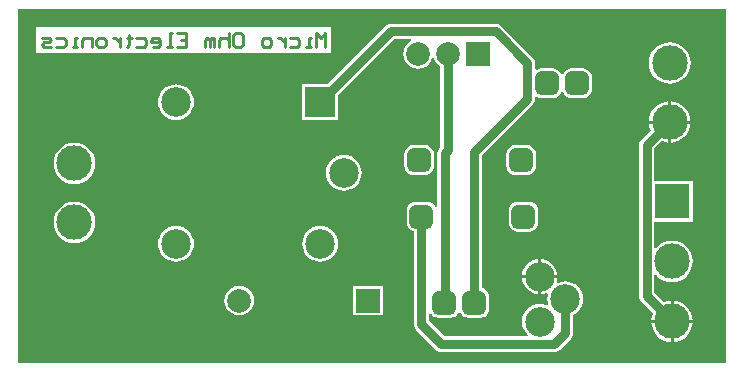
<source format=gtl>
G04*
G04 #@! TF.GenerationSoftware,Altium Limited,Altium Designer,20.1.11 (218)*
G04*
G04 Layer_Physical_Order=1*
G04 Layer_Color=255*
%FSLAX25Y25*%
%MOIN*%
G70*
G04*
G04 #@! TF.SameCoordinates,2C6EDD22-ADAB-4EE0-8C4C-1EB56DD6F4A4*
G04*
G04*
G04 #@! TF.FilePolarity,Positive*
G04*
G01*
G75*
%ADD10C,0.03150*%
%ADD11C,0.01000*%
%ADD12C,0.11811*%
%ADD13R,0.11811X0.11811*%
%ADD14R,0.07874X0.07874*%
%ADD15C,0.07874*%
%ADD16C,0.09843*%
%ADD17R,0.09843X0.09843*%
G04:AMPARAMS|DCode=18|XSize=78.74mil|YSize=78.74mil|CornerRadius=19.68mil|HoleSize=0mil|Usage=FLASHONLY|Rotation=180.000|XOffset=0mil|YOffset=0mil|HoleType=Round|Shape=RoundedRectangle|*
%AMROUNDEDRECTD18*
21,1,0.07874,0.03937,0,0,180.0*
21,1,0.03937,0.07874,0,0,180.0*
1,1,0.03937,-0.01968,0.01968*
1,1,0.03937,0.01968,0.01968*
1,1,0.03937,0.01968,-0.01968*
1,1,0.03937,-0.01968,-0.01968*
%
%ADD18ROUNDEDRECTD18*%
G36*
X-3839Y118110D02*
X-3839Y-0D01*
X232382Y0D01*
Y118110D01*
X-3839Y118110D01*
D02*
G37*
%LPC*%
G36*
X2247Y112054D02*
X100705D01*
Y103331D01*
X2247D01*
Y112054D01*
D02*
G37*
G36*
X213484Y106998D02*
X214838Y106865D01*
X216140Y106470D01*
X217339Y105828D01*
X218391Y104966D01*
X219254Y103914D01*
X219895Y102714D01*
X220290Y101413D01*
X220423Y100059D01*
X220290Y98705D01*
X219895Y97404D01*
X219254Y96204D01*
X218391Y95152D01*
X217339Y94289D01*
X216140Y93648D01*
X214838Y93253D01*
X213484Y93120D01*
X212131Y93253D01*
X210829Y93648D01*
X209629Y94289D01*
X208578Y95152D01*
X207715Y96204D01*
X207074Y97404D01*
X206679Y98705D01*
X206545Y100059D01*
X206679Y101413D01*
X207074Y102714D01*
X207715Y103914D01*
X208578Y104966D01*
X209629Y105828D01*
X210829Y106470D01*
X212131Y106865D01*
X213484Y106998D01*
D02*
G37*
G36*
X120541Y113197D02*
X155482D01*
X156154Y113109D01*
X156781Y112849D01*
X157318Y112436D01*
X167918Y101836D01*
X168331Y101298D01*
X168590Y100672D01*
X168679Y100000D01*
Y98040D01*
X169128Y97819D01*
X169192Y97869D01*
X169914Y98168D01*
X170689Y98270D01*
X174626D01*
X175401Y98168D01*
X176123Y97869D01*
X176743Y97393D01*
X177219Y96773D01*
X177387Y96367D01*
X177928D01*
X178096Y96773D01*
X178572Y97393D01*
X179192Y97869D01*
X179914Y98168D01*
X180689Y98270D01*
X184626D01*
X185401Y98168D01*
X186123Y97869D01*
X186743Y97393D01*
X187219Y96773D01*
X187518Y96051D01*
X187620Y95275D01*
Y91338D01*
X187518Y90563D01*
X187219Y89841D01*
X186743Y89221D01*
X186123Y88745D01*
X185401Y88446D01*
X184626Y88344D01*
X180689D01*
X179914Y88446D01*
X179192Y88745D01*
X178572Y89221D01*
X178096Y89841D01*
X177928Y90247D01*
X177387D01*
X177219Y89841D01*
X176743Y89221D01*
X176123Y88745D01*
X175401Y88446D01*
X174626Y88344D01*
X170689D01*
X169914Y88446D01*
X169192Y88745D01*
X169128Y88795D01*
X168679Y88574D01*
Y88200D01*
X168590Y87528D01*
X168331Y86901D01*
X167918Y86364D01*
X151003Y69448D01*
Y24959D01*
X151149Y24939D01*
X151871Y24640D01*
X152491Y24164D01*
X152967Y23544D01*
X153266Y22822D01*
X153368Y22047D01*
Y18110D01*
X153266Y17335D01*
X152967Y16613D01*
X152491Y15993D01*
X151871Y15517D01*
X151149Y15218D01*
X150374Y15116D01*
X146437D01*
X145662Y15218D01*
X144940Y15517D01*
X144320Y15993D01*
X143844Y16613D01*
X143676Y17019D01*
X143135D01*
X142967Y16613D01*
X142491Y15993D01*
X141871Y15517D01*
X141149Y15218D01*
X140374Y15116D01*
X136437D01*
X135662Y15218D01*
X134940Y15517D01*
X134320Y15993D01*
X133844Y16613D01*
X133833Y16640D01*
X133333Y16541D01*
Y14022D01*
X138458Y8897D01*
X166048D01*
X166227Y9397D01*
X165907Y9659D01*
X165167Y10561D01*
X164617Y11590D01*
X164279Y12706D01*
X164164Y13866D01*
X164279Y15027D01*
X164617Y16143D01*
X165167Y17172D01*
X165907Y18074D01*
X166809Y18814D01*
X167838Y19363D01*
X168954Y19702D01*
X170114Y19816D01*
X171275Y19702D01*
X172391Y19363D01*
X172535Y19286D01*
X172953Y19630D01*
X172779Y20206D01*
X172664Y21366D01*
X172779Y22527D01*
X172953Y23103D01*
X172535Y23446D01*
X172391Y23369D01*
X171275Y23031D01*
X170614Y22966D01*
Y28366D01*
X176015D01*
X175950Y27706D01*
X175775Y27130D01*
X176194Y26787D01*
X176338Y26863D01*
X177454Y27202D01*
X178614Y27316D01*
X179775Y27202D01*
X180891Y26863D01*
X181920Y26314D01*
X182822Y25574D01*
X183562Y24672D01*
X184111Y23643D01*
X184450Y22527D01*
X184564Y21366D01*
X184450Y20206D01*
X184111Y19090D01*
X183562Y18061D01*
X182822Y17159D01*
X181920Y16419D01*
X181211Y16040D01*
Y9932D01*
X181123Y9260D01*
X180863Y8634D01*
X180451Y8096D01*
X176818Y4464D01*
X176280Y4051D01*
X175654Y3791D01*
X174982Y3703D01*
X137382D01*
X136710Y3791D01*
X136083Y4051D01*
X135546Y4464D01*
X128900Y11110D01*
X128487Y11648D01*
X128227Y12274D01*
X128139Y12946D01*
Y43939D01*
X127993Y43958D01*
X127270Y44258D01*
X126650Y44733D01*
X126174Y45353D01*
X125875Y46075D01*
X125773Y46850D01*
Y50788D01*
X125875Y51562D01*
X126174Y52285D01*
X126650Y52905D01*
X127270Y53381D01*
X127993Y53680D01*
X128768Y53782D01*
X132704D01*
X133479Y53680D01*
X134202Y53381D01*
X134822Y52905D01*
X135298Y52285D01*
X135597Y51562D01*
X136084Y51642D01*
Y70079D01*
X136173Y70751D01*
X136432Y71377D01*
X136845Y71915D01*
X137029Y72099D01*
Y98919D01*
X136105Y99629D01*
X135313Y100660D01*
X134897Y101666D01*
X134355D01*
X133939Y100660D01*
X133147Y99629D01*
X132116Y98837D01*
X130915Y98340D01*
X129626Y98170D01*
X128337Y98340D01*
X127136Y98837D01*
X126105Y99629D01*
X125313Y100660D01*
X124816Y101861D01*
X124646Y103150D01*
X124816Y104438D01*
X125313Y105639D01*
X126105Y106671D01*
X127136Y107462D01*
X127235Y107503D01*
X127136Y108003D01*
X121616D01*
X102870Y89257D01*
Y81087D01*
X91027D01*
Y92929D01*
X99197D01*
X118704Y112436D01*
X119242Y112849D01*
X119869Y113109D01*
X120541Y113197D01*
D02*
G37*
G36*
X48917Y92958D02*
X50078Y92844D01*
X51194Y92505D01*
X52223Y91955D01*
X53125Y91215D01*
X53865Y90314D01*
X54414Y89285D01*
X54753Y88169D01*
X54867Y87008D01*
X54753Y85847D01*
X54414Y84731D01*
X53865Y83702D01*
X53125Y82801D01*
X52223Y82061D01*
X51194Y81511D01*
X50078Y81172D01*
X48917Y81058D01*
X47757Y81172D01*
X46641Y81511D01*
X45612Y82061D01*
X44710Y82801D01*
X43970Y83702D01*
X43420Y84731D01*
X43082Y85847D01*
X42968Y87008D01*
X43082Y88169D01*
X43420Y89285D01*
X43970Y90314D01*
X44710Y91215D01*
X45612Y91955D01*
X46641Y92505D01*
X47757Y92844D01*
X48917Y92958D01*
D02*
G37*
G36*
X212984Y87264D02*
Y80874D01*
X206595D01*
X206679Y81728D01*
X207074Y83029D01*
X207715Y84229D01*
X208578Y85281D01*
X209629Y86143D01*
X210829Y86785D01*
X212131Y87180D01*
X212984Y87264D01*
D02*
G37*
G36*
X213984D02*
X214838Y87180D01*
X216140Y86785D01*
X217339Y86143D01*
X218391Y85281D01*
X219254Y84229D01*
X219895Y83029D01*
X220290Y81728D01*
X220374Y80874D01*
X213984D01*
Y87264D01*
D02*
G37*
G36*
Y79874D02*
X220374D01*
X220290Y79020D01*
X219895Y77719D01*
X219254Y76519D01*
X218391Y75467D01*
X217339Y74604D01*
X216140Y73963D01*
X214838Y73568D01*
X213984Y73484D01*
Y79874D01*
D02*
G37*
G36*
X127980Y72679D02*
X131917D01*
X132692Y72577D01*
X133414Y72278D01*
X134035Y71802D01*
X134510Y71182D01*
X134809Y70460D01*
X134911Y69685D01*
Y65748D01*
X134809Y64973D01*
X134510Y64251D01*
X134035Y63631D01*
X133414Y63155D01*
X132692Y62856D01*
X131917Y62754D01*
X127980D01*
X127205Y62856D01*
X126483Y63155D01*
X125863Y63631D01*
X125387Y64251D01*
X125088Y64973D01*
X124986Y65748D01*
Y69685D01*
X125088Y70460D01*
X125387Y71182D01*
X125863Y71802D01*
X126483Y72278D01*
X127205Y72577D01*
X127980Y72679D01*
D02*
G37*
G36*
X161980D02*
X165917D01*
X166692Y72577D01*
X167414Y72278D01*
X168035Y71802D01*
X168510Y71182D01*
X168809Y70460D01*
X168911Y69685D01*
Y65748D01*
X168809Y64973D01*
X168510Y64251D01*
X168035Y63631D01*
X167414Y63155D01*
X166692Y62856D01*
X165917Y62754D01*
X161980D01*
X161205Y62856D01*
X160483Y63155D01*
X159863Y63631D01*
X159387Y64251D01*
X159088Y64973D01*
X158986Y65748D01*
Y69685D01*
X159088Y70460D01*
X159387Y71182D01*
X159863Y71802D01*
X160483Y72278D01*
X161205Y72577D01*
X161980Y72679D01*
D02*
G37*
G36*
X15059Y73533D02*
X16413Y73400D01*
X17715Y73005D01*
X18914Y72364D01*
X19966Y71501D01*
X20829Y70450D01*
X21470Y69250D01*
X21865Y67948D01*
X21998Y66594D01*
X21865Y65241D01*
X21470Y63939D01*
X20829Y62739D01*
X19966Y61688D01*
X18914Y60825D01*
X17715Y60184D01*
X16413Y59789D01*
X15059Y59655D01*
X13705Y59789D01*
X12404Y60184D01*
X11204Y60825D01*
X10153Y61688D01*
X9290Y62739D01*
X8648Y63939D01*
X8254Y65241D01*
X8120Y66594D01*
X8254Y67948D01*
X8648Y69250D01*
X9290Y70450D01*
X10153Y71501D01*
X11204Y72364D01*
X12404Y73005D01*
X13705Y73400D01*
X15059Y73533D01*
D02*
G37*
G36*
X104823Y69336D02*
X105984Y69222D01*
X107100Y68883D01*
X108128Y68333D01*
X109030Y67593D01*
X109770Y66692D01*
X110320Y65663D01*
X110658Y64547D01*
X110773Y63386D01*
X110658Y62225D01*
X110320Y61109D01*
X109770Y60080D01*
X109030Y59179D01*
X108128Y58439D01*
X107100Y57889D01*
X105984Y57550D01*
X104823Y57436D01*
X103662Y57550D01*
X102546Y57889D01*
X101517Y58439D01*
X100616Y59179D01*
X99876Y60080D01*
X99326Y61109D01*
X98987Y62225D01*
X98873Y63386D01*
X98987Y64547D01*
X99326Y65663D01*
X99876Y66692D01*
X100616Y67593D01*
X101517Y68333D01*
X102546Y68883D01*
X103662Y69222D01*
X104823Y69336D01*
D02*
G37*
G36*
X162768Y53782D02*
X166704D01*
X167479Y53680D01*
X168202Y53381D01*
X168822Y52905D01*
X169298Y52285D01*
X169597Y51562D01*
X169699Y50788D01*
Y46850D01*
X169597Y46075D01*
X169298Y45353D01*
X168822Y44733D01*
X168202Y44258D01*
X167479Y43958D01*
X166704Y43856D01*
X162768D01*
X161993Y43958D01*
X161270Y44258D01*
X160650Y44733D01*
X160175Y45353D01*
X159875Y46075D01*
X159773Y46850D01*
Y50788D01*
X159875Y51562D01*
X160175Y52285D01*
X160650Y52905D01*
X161270Y53381D01*
X161993Y53680D01*
X162768Y53782D01*
D02*
G37*
G36*
X15059Y53848D02*
X16413Y53715D01*
X17715Y53320D01*
X18914Y52679D01*
X19966Y51816D01*
X20829Y50765D01*
X21470Y49565D01*
X21865Y48263D01*
X21998Y46909D01*
X21865Y45556D01*
X21470Y44254D01*
X20829Y43054D01*
X19966Y42003D01*
X18914Y41140D01*
X17715Y40499D01*
X16413Y40104D01*
X15059Y39970D01*
X13705Y40104D01*
X12404Y40499D01*
X11204Y41140D01*
X10153Y42003D01*
X9290Y43054D01*
X8648Y44254D01*
X8254Y45556D01*
X8120Y46909D01*
X8254Y48263D01*
X8648Y49565D01*
X9290Y50765D01*
X10153Y51816D01*
X11204Y52679D01*
X12404Y53320D01*
X13705Y53715D01*
X15059Y53848D01*
D02*
G37*
G36*
X206595Y79874D02*
X212984D01*
Y73484D01*
X212131Y73568D01*
X210829Y73963D01*
X210775Y73992D01*
X208379Y71596D01*
Y60823D01*
X221177D01*
Y47012D01*
X208379D01*
Y38410D01*
X208879Y38232D01*
X209365Y38824D01*
X210417Y39687D01*
X211616Y40328D01*
X212918Y40723D01*
X214272Y40856D01*
X215626Y40723D01*
X216927Y40328D01*
X218127Y39687D01*
X219178Y38824D01*
X220041Y37773D01*
X220683Y36573D01*
X221077Y35271D01*
X221211Y33917D01*
X221077Y32564D01*
X220683Y31262D01*
X220041Y30062D01*
X219178Y29011D01*
X218127Y28148D01*
X216927Y27507D01*
X215626Y27112D01*
X214272Y26978D01*
X212918Y27112D01*
X211616Y27507D01*
X210417Y28148D01*
X209365Y29011D01*
X208879Y29603D01*
X208379Y29424D01*
Y23483D01*
X211563Y20299D01*
X211616Y20328D01*
X212918Y20723D01*
X213772Y20807D01*
Y14417D01*
X207382D01*
X207466Y15271D01*
X207861Y16573D01*
X207890Y16627D01*
X203946Y20571D01*
X203533Y21109D01*
X203274Y21735D01*
X203185Y22407D01*
Y72672D01*
X203274Y73344D01*
X203533Y73970D01*
X203946Y74508D01*
X207102Y77665D01*
X207074Y77719D01*
X206679Y79020D01*
X206595Y79874D01*
D02*
G37*
G36*
X48917Y45714D02*
X50078Y45600D01*
X51194Y45261D01*
X52223Y44711D01*
X53125Y43971D01*
X53865Y43070D01*
X54414Y42041D01*
X54753Y40925D01*
X54867Y39764D01*
X54753Y38603D01*
X54414Y37487D01*
X53865Y36458D01*
X53125Y35557D01*
X52223Y34817D01*
X51194Y34267D01*
X50078Y33928D01*
X48917Y33814D01*
X47757Y33928D01*
X46641Y34267D01*
X45612Y34817D01*
X44710Y35557D01*
X43970Y36458D01*
X43420Y37487D01*
X43082Y38603D01*
X42968Y39764D01*
X43082Y40925D01*
X43420Y42041D01*
X43970Y43070D01*
X44710Y43971D01*
X45612Y44711D01*
X46641Y45261D01*
X47757Y45600D01*
X48917Y45714D01*
D02*
G37*
G36*
X96949D02*
X98110Y45600D01*
X99226Y45261D01*
X100254Y44711D01*
X101156Y43971D01*
X101896Y43070D01*
X102446Y42041D01*
X102784Y40925D01*
X102899Y39764D01*
X102784Y38603D01*
X102446Y37487D01*
X101896Y36458D01*
X101156Y35557D01*
X100254Y34817D01*
X99226Y34267D01*
X98110Y33928D01*
X96949Y33814D01*
X95788Y33928D01*
X94672Y34267D01*
X93643Y34817D01*
X92742Y35557D01*
X92002Y36458D01*
X91452Y37487D01*
X91113Y38603D01*
X90999Y39764D01*
X91113Y40925D01*
X91452Y42041D01*
X92002Y43070D01*
X92742Y43971D01*
X93643Y44711D01*
X94672Y45261D01*
X95788Y45600D01*
X96949Y45714D01*
D02*
G37*
G36*
X169614Y34767D02*
Y29366D01*
X164214D01*
X164279Y30027D01*
X164617Y31143D01*
X165167Y32172D01*
X165907Y33074D01*
X166809Y33814D01*
X167838Y34363D01*
X168954Y34702D01*
X169614Y34767D01*
D02*
G37*
G36*
X170614D02*
X171275Y34702D01*
X172391Y34363D01*
X173420Y33814D01*
X174322Y33074D01*
X175062Y32172D01*
X175611Y31143D01*
X175950Y30027D01*
X176015Y29366D01*
X170614D01*
Y34767D01*
D02*
G37*
G36*
X164214Y28366D02*
X169614D01*
Y22966D01*
X168954Y23031D01*
X167838Y23369D01*
X166809Y23919D01*
X165907Y24659D01*
X165167Y25561D01*
X164617Y26590D01*
X164279Y27706D01*
X164214Y28366D01*
D02*
G37*
G36*
X107909Y25803D02*
X117783D01*
Y15929D01*
X107909D01*
Y25803D01*
D02*
G37*
G36*
X70028Y25846D02*
X71316Y25676D01*
X72517Y25179D01*
X73549Y24387D01*
X74340Y23356D01*
X74837Y22155D01*
X75007Y20866D01*
X74837Y19577D01*
X74340Y18376D01*
X73549Y17345D01*
X72517Y16554D01*
X71316Y16056D01*
X70028Y15887D01*
X68739Y16056D01*
X67538Y16554D01*
X66506Y17345D01*
X65715Y18376D01*
X65218Y19577D01*
X65048Y20866D01*
X65218Y22155D01*
X65715Y23356D01*
X66506Y24387D01*
X67538Y25179D01*
X68739Y25676D01*
X70028Y25846D01*
D02*
G37*
G36*
X214772Y20807D02*
X215626Y20723D01*
X216927Y20328D01*
X218127Y19687D01*
X219178Y18824D01*
X220041Y17773D01*
X220683Y16573D01*
X221077Y15271D01*
X221162Y14417D01*
X214772D01*
Y20807D01*
D02*
G37*
G36*
X207382Y13417D02*
X213772D01*
Y7028D01*
X212918Y7112D01*
X211616Y7507D01*
X210417Y8148D01*
X209365Y9011D01*
X208502Y10062D01*
X207861Y11262D01*
X207466Y12564D01*
X207382Y13417D01*
D02*
G37*
G36*
X214772D02*
X221162D01*
X221077Y12564D01*
X220683Y11262D01*
X220041Y10062D01*
X219178Y9011D01*
X218127Y8148D01*
X216927Y7507D01*
X215626Y7112D01*
X214772Y7028D01*
Y13417D01*
D02*
G37*
%LPD*%
D10*
X138681Y20354D02*
X138406Y20079D01*
X139626Y71023D02*
Y103150D01*
X138681Y20354D02*
Y70079D01*
X139626Y71023D02*
X138681Y70079D01*
X120541Y110600D02*
X96949Y87008D01*
X155482Y110600D02*
X120541D01*
X166082Y100000D02*
X155482Y110600D01*
X166082Y88200D02*
Y100000D01*
Y88200D02*
X148406Y70524D01*
Y20079D02*
Y70524D01*
X178614Y9932D02*
Y21366D01*
Y9932D02*
X174982Y6300D01*
X137382D01*
X130736Y12946D01*
Y48819D01*
X214272Y13917D02*
X205782Y22407D01*
Y72672D01*
X213484Y80374D02*
X205782Y72672D01*
D11*
X98705Y105331D02*
Y110054D01*
X97131Y108479D01*
X95556Y110054D01*
Y105331D01*
X93982D02*
X92408D01*
X93195D01*
Y108479D01*
X93982D01*
X86898D02*
X89259D01*
X90046Y107692D01*
Y106118D01*
X89259Y105331D01*
X86898D01*
X85323Y108479D02*
Y105331D01*
Y106905D01*
X84536Y107692D01*
X83749Y108479D01*
X82962D01*
X79813Y105331D02*
X78239D01*
X77452Y106118D01*
Y107692D01*
X78239Y108479D01*
X79813D01*
X80601Y107692D01*
Y106118D01*
X79813Y105331D01*
X68793Y110054D02*
X70367D01*
X71155Y109266D01*
Y106118D01*
X70367Y105331D01*
X68793D01*
X68006Y106118D01*
Y109266D01*
X68793Y110054D01*
X66432D02*
Y105331D01*
Y107692D01*
X65645Y108479D01*
X64070D01*
X63283Y107692D01*
Y105331D01*
X61709D02*
Y108479D01*
X60922D01*
X60135Y107692D01*
Y105331D01*
Y107692D01*
X59347Y108479D01*
X58560Y107692D01*
Y105331D01*
X49115Y110054D02*
X52263D01*
Y105331D01*
X49115D01*
X52263Y107692D02*
X50689D01*
X47540Y105331D02*
X45966D01*
X46753D01*
Y110054D01*
X47540D01*
X41243Y105331D02*
X42817D01*
X43605Y106118D01*
Y107692D01*
X42817Y108479D01*
X41243D01*
X40456Y107692D01*
Y106905D01*
X43605D01*
X35733Y108479D02*
X38094D01*
X38882Y107692D01*
Y106118D01*
X38094Y105331D01*
X35733D01*
X33372Y109266D02*
Y108479D01*
X34159D01*
X32585D01*
X33372D01*
Y106118D01*
X32585Y105331D01*
X30223Y108479D02*
Y105331D01*
Y106905D01*
X29436Y107692D01*
X28649Y108479D01*
X27862D01*
X24713Y105331D02*
X23139D01*
X22352Y106118D01*
Y107692D01*
X23139Y108479D01*
X24713D01*
X25500Y107692D01*
Y106118D01*
X24713Y105331D01*
X20777D02*
Y108479D01*
X18416D01*
X17629Y107692D01*
Y105331D01*
X16054D02*
X14480D01*
X15267D01*
Y108479D01*
X16054D01*
X8970D02*
X11332D01*
X12119Y107692D01*
Y106118D01*
X11332Y105331D01*
X8970D01*
X7396D02*
X5034D01*
X4247Y106118D01*
X5034Y106905D01*
X6609D01*
X7396Y107692D01*
X6609Y108479D01*
X4247D01*
D12*
X15059Y46909D02*
D03*
Y66594D02*
D03*
X213484Y100059D02*
D03*
Y80374D02*
D03*
X214272Y33917D02*
D03*
Y13917D02*
D03*
D13*
Y53917D02*
D03*
D14*
X149626Y103150D02*
D03*
X112846Y20866D02*
D03*
D15*
X139626Y103150D02*
D03*
X129626D02*
D03*
X70028Y20866D02*
D03*
D16*
X48917Y87008D02*
D03*
Y39764D02*
D03*
X96949D02*
D03*
X104823Y63386D02*
D03*
X170114Y28866D02*
D03*
Y13866D02*
D03*
X178614Y21366D02*
D03*
D17*
X96949Y87008D02*
D03*
D18*
X129949Y67717D02*
D03*
X163949D02*
D03*
X172657Y93307D02*
D03*
X182657D02*
D03*
X148406Y20079D02*
D03*
X138406D02*
D03*
X130736Y48819D02*
D03*
X164736D02*
D03*
M02*

</source>
